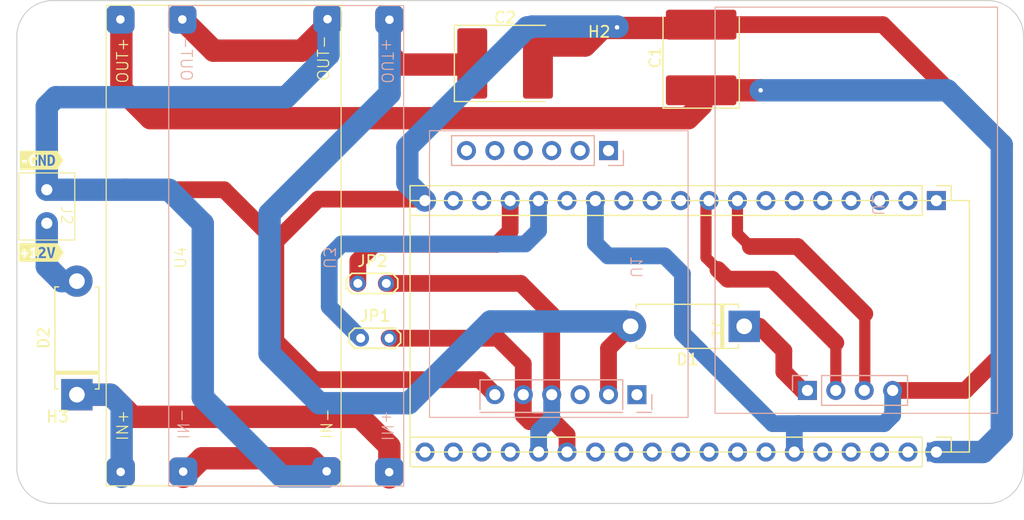
<source format=kicad_pcb>
(kicad_pcb (version 20221018) (generator pcbnew)
  (layers (0 "F.Cu" signal) (31 "B.Cu" signal) (34 "B.Paste" user) (35 "F.Paste" user) (36 "B.SilkS" user "B.Silkscreen") (37 "F.SilkS" user "F.Silkscreen") (38 "B.Mask" user) (39 "F.Mask" user) (44 "Edge.Cuts" user))
  (net 0 "")
  (net 1 "+5V")
  (net 2 "GND")
  (net 3 "+4V")
  (net 4 "+12V")
  (net 5 "Net-(D1-K)")
  (net 6 "Net-(D2-A)")
  (net 8 "RX0")
  (net 9 "TX0")
  (net 19 "GSM-RX")
  (net 20 "GSM-TX")
  (net 28 "GPS-TX")
  (net 30 "GPS-RX")
  (footprint "TestPoint:TestPoint_2Pads_Pitch2.54mm_Drill0.8mm" (layer "F.Cu") (at 80.7412 80.2132)
    (fp_text reference "JP1" (at 1.3 -2) (layer "F.SilkS"))
    (fp_text value "Jumper_2_Open" hide)
    (fp_line (start -1.03 -0.4) (end -0.53 -0.9) (stroke (width 0.15)) (layer "F.SilkS"))
    (fp_line (start -1.03 0.4) (end -1.03 -0.4) (stroke (width 0.15)) (layer "F.SilkS"))
    (fp_line (start -0.53 -0.9) (end 3.07 -0.9) (stroke (width 0.15)) (layer "F.SilkS"))
    (fp_line (start -0.53 0.9) (end -1.03 0.4) (stroke (width 0.15)) (layer "F.SilkS"))
    (fp_line (start 3.07 -0.9) (end 3.57 -0.4) (stroke (width 0.15)) (layer "F.SilkS"))
    (fp_line (start 3.07 0.9) (end -0.53 0.9) (stroke (width 0.15)) (layer "F.SilkS"))
    (fp_line (start 3.57 -0.4) (end 3.57 0.4) (stroke (width 0.15)) (layer "F.SilkS"))
    (fp_line (start 3.57 0.4) (end 3.07 0.9) (stroke (width 0.15)) (layer "F.SilkS"))
    (pad "1" thru_hole circle (at 0 0) (size 1.4 1.4) (drill 0.8) (layers "*.Cu" "*.Mask") (net 8 "RX0"))
    (pad "2" thru_hole circle (at 2.54 0) (size 1.4 1.4) (drill 0.8) (layers "*.Cu" "*.Mask") (net 20 "GSM-TX"))
  )
  (footprint "kibuzzard-65E188B0" (layer "F.Cu") (at 52.2224 64.2874)
    (fp_text reference "kibuzzard-65E188B0" hide)
    (fp_text value "G***" hide)
    (fp_poly (pts (xy 0.725311 0.333375) (xy 0.742774 0.334962) (xy 0.760236 0.334962) (xy 0.872155 0.309562) (xy 0.94518 0.239712) (xy 0.984867 0.134144) (xy 0.993797 0.070048) (xy 0.996774 0) (xy 0.987249 -0.123825) (xy 0.953911 -0.230188) (xy 0.888824 -0.304006) (xy 0.782461 -0.331788) (xy 0.753886 -0.330994) (xy 0.725311 -0.327025) (xy 0.725311 0.333375)) (fill solid) (layer "F.SilkS"))
    (fp_poly (pts (xy -1.757539 -0.843492) (xy -1.955976 -0.843492) (xy -1.955976 0.843492) (xy -1.757539 0.843492) (xy -1.322564 0.843492) (xy -1.322564 0.180975) (xy -1.757539 0.180975) (xy -1.757539 -0.011113) (xy -1.322564 -0.011113) (xy -1.322564 0.180975) (xy -1.322564 0.843492) (xy -0.698676 0.843492) (xy -0.698676 0.512762) (xy -0.786187 0.504627) (xy -0.86457 0.480219) (xy -0.933031 0.439737) (xy -0.990776 0.383381) (xy -1.037211 0.31115) (xy -1.071739 0.223044) (xy -1.09317 0.119261) (xy -1.100314 0) (xy -1.09198 -0.11807) (xy -1.066976 -0.221456) (xy -1.027686 -0.309761) (xy -0.976489 -0.382588) (xy -0.91418 -0.439539) (xy -0.841551 -0.480219) (xy -0.760986 -0.504627) (xy -0.674864 -0.512763) (xy -0.57247 -0.504031) (xy -0.493889 -0.484188) (xy -0.43912 -0.460375) (xy -0.406576 -0.441325) (xy -0.457376 -0.28575) (xy -0.543101 -0.325438) (xy -0.647876 -0.3429) (xy -0.765351 -0.3175) (xy -0.843933 -0.246856) (xy -0.888383 -0.138906) (xy -0.898503 -0.072827) (xy -0.901876 0) (xy -0.895703 0.107156) (xy -0.877182 0.193675) (xy -0.846314 0.259556) (xy -0.777655 0.322064) (xy -0.682801 0.3429) (xy -0.644701 0.341312) (xy -0.606601 0.33655) (xy -0.606601 -0.022225) (xy -0.411339 -0.022225) (xy -0.411339 0.468312) (xy -0.520083 0.496887) (xy -0.60164 0.508794) (xy -0.698676 0.512762) (xy -0.698676 0.843492) (xy 0.214136 0.843492) (xy 0.214136 0.492125) (xy 0.168363 0.383205) (xy 0.119944 0.274461) (xy 0.06888 0.165894) (xy 0.015169 0.057326) (xy -0.041187 -0.051417) (xy -0.100189 -0.160338) (xy -0.100189 0.492125) (xy -0.276401 0.492125) (xy -0.276401 -0.490538) (xy -0.119239 -0.490538) (xy -0.074789 -0.417711) (xy -0.030339 -0.338931) (xy 0.013516 -0.257373) (xy 0.05618 -0.176213) (xy 0.096661 -0.096441) (xy 0.133967 -0.01905) (xy 0.167106 0.052387) (xy 0.195086 0.1143) (xy 0.195086 -0.490538) (xy 0.371299 -0.490538) (xy 0.371299 0.492125) (xy 0.214136 0.492125) (xy 0.214136 0.843492) (xy 0.739599 0.843492) (xy 0.739599 0.504825) (xy 0.637205 0.499269) (xy 0.530049 0.481012) (xy 0.530049 -0.477838) (xy 0.655461 -0.496888) (xy 0.764999 -0.50165) (xy 0.857669 -0.494506) (xy 0.942005 -0.473075) (xy 1.016022 -0.436364) (xy 1.077736 -0.383381) (xy 1.127147 -0.313928) (xy 1.164255 -0.227806) (xy 1.187472 -0.123627) (xy 1.195211 0) (xy 1.186678 0.126405) (xy 1.16108 0.232569) (xy 1.1204 0.319683) (xy 1.066624 0.388937) (xy 1.000544 0.441127) (xy 0.922955 0.477044) (xy 0.835444 0.49788) (xy 0.739599 0.504825) (xy 0.739599 0.843492) (xy 1.195211 0.843492) (xy 1.393649 0.843492) (xy 1.955976 0) (xy 1.393649 -0.843492) (xy 1.195211 -0.843492) (xy -1.757539 -0.843492)) (fill solid) (layer "F.SilkS"))
  )
  (footprint "Diode_THT:D_5W_P10.16mm_Horizontal" (layer "F.Cu") (at 55.372 85.2678 90)
    (fp_text reference "D2" (at 5.08 -2.97 90) (layer "F.SilkS"))
    (fp_text value "D" hide)
    (fp_line (start 0.51 -1.97) (end 9.65 -1.97) (stroke (width 0.12)) (layer "F.SilkS"))
    (fp_line (start 0.51 -1.64) (end 0.51 -1.97) (stroke (width 0.12)) (layer "F.SilkS"))
    (fp_line (start 0.51 1.64) (end 0.51 1.97) (stroke (width 0.12)) (layer "F.SilkS"))
    (fp_line (start 0.51 1.97) (end 9.65 1.97) (stroke (width 0.12)) (layer "F.SilkS"))
    (fp_line (start 1.845 -1.97) (end 1.845 1.97) (stroke (width 0.12)) (layer "F.SilkS"))
    (fp_line (start 1.965 -1.97) (end 1.965 1.97) (stroke (width 0.12)) (layer "F.SilkS"))
    (fp_line (start 2.085 -1.97) (end 2.085 1.97) (stroke (width 0.12)) (layer "F.SilkS"))
    (fp_line (start 9.65 -1.97) (end 9.65 -1.64) (stroke (width 0.12)) (layer "F.SilkS"))
    (fp_line (start 9.65 1.97) (end 9.65 1.64) (stroke (width 0.12)) (layer "F.SilkS"))
    (pad "1" thru_hole rect (at 0 0 90) (size 2.8 2.8) (drill 1.4) (layers "*.Cu" "*.Mask") (net 4 "+12V"))
    (pad "2" thru_hole oval (at 10.16 0 90) (size 2.8 2.8) (drill 1.4) (layers "*.Cu" "*.Mask") (net 6 "Net-(D2-A)"))
  )
  (footprint "Capacitor_Tantalum_SMD:CP_EIA-7260-20_AVX-M_Pad2.68x6.30mm_HandSolder" (layer "F.Cu") (at 93.6498 55.626)
    (fp_text reference "C2" (at 0 -4.1) (layer "F.SilkS"))
    (fp_text value "C" hide)
    (fp_line (start -4.535 -3.41) (end -4.535 3.41) (stroke (width 0.12)) (layer "F.SilkS"))
    (fp_line (start -4.535 3.41) (end 3.6 3.41) (stroke (width 0.12)) (layer "F.SilkS"))
    (fp_line (start 3.6 -3.41) (end -4.535 -3.41) (stroke (width 0.12)) (layer "F.SilkS"))
    (pad "1" smd roundrect (at -2.9375 0) (size 2.675 6.3) (layers "F.Cu" "F.Paste" "F.Mask") (roundrect_rratio 0.093458) (net 3 "+4V"))
    (pad "2" smd roundrect (at 2.9375 0) (size 2.675 6.3) (layers "F.Cu" "F.Paste" "F.Mask") (roundrect_rratio 0.093458) (net 2 "GND"))
  )
  (footprint "kibuzzard-65E188EA" (layer "F.Cu") (at 52.1716 72.5424)
    (fp_text reference "kibuzzard-65E188EA" hide)
    (fp_text value "G***" hide)
    (fp_poly (pts (xy -1.823949 -0.833173) (xy -2.022387 -0.833173) (xy -2.022387 0.833173) (xy -1.823949 0.833173) (xy -1.406437 0.833173) (xy -1.406437 0.442119) (xy -1.574712 0.442119) (xy -1.574712 0.165894) (xy -1.823949 0.165894) (xy -1.823949 0.005556) (xy -1.574712 0.005556) (xy -1.574712 -0.270669) (xy -1.406437 -0.270669) (xy -1.406437 0.005556) (xy -1.157199 0.005556) (xy -1.157199 0.165894) (xy -1.406437 0.165894) (xy -1.406437 0.442119) (xy -1.406437 0.833173) (xy -0.365037 0.833173) (xy -0.365037 0.502444) (xy -0.961937 0.502444) (xy -0.961937 0.340519) (xy -0.755562 0.340519) (xy -0.755562 -0.208756) (xy -0.857162 -0.1524) (xy -0.953999 -0.113506) (xy -1.017499 -0.275431) (xy -0.934949 -0.311944) (xy -0.846049 -0.361156) (xy -0.761912 -0.418306) (xy -0.693649 -0.480219) (xy -0.560299 -0.480219) (xy -0.560299 0.340519) (xy -0.365037 0.340519) (xy -0.365037 0.502444) (xy -0.365037 0.833173) (xy 0.433476 0.833173) (xy 0.433476 0.502444) (xy -0.207874 0.502444) (xy -0.211843 0.462756) (xy -0.211049 0.429419) (xy -0.203707 0.353219) (xy -0.181681 0.283369) (xy -0.148343 0.219273) (xy -0.107068 0.160337) (xy -0.060237 0.105966) (xy -0.010231 0.055562) (xy 0.039776 0.008136) (xy 0.086607 -0.037306) (xy 0.161219 -0.123031) (xy 0.190588 -0.207169) (xy 0.154076 -0.300037) (xy 0.062001 -0.332581) (xy -0.034837 -0.310356) (xy -0.134849 -0.235744) (xy -0.231687 -0.372269) (xy -0.163226 -0.430213) (xy -0.084843 -0.470694) (xy -0.001698 -0.494506) (xy 0.081051 -0.502444) (xy 0.196938 -0.484981) (xy 0.295363 -0.432594) (xy 0.363626 -0.344488) (xy 0.389026 -0.221456) (xy 0.369976 -0.123825) (xy 0.319176 -0.032544) (xy 0.247738 0.053181) (xy 0.166776 0.132556) (xy 0.119151 0.1778) (xy 0.068351 0.231775) (xy 0.027869 0.288131) (xy 0.011201 0.340519) (xy 0.433476 0.340519) (xy 0.433476 0.502444) (xy 0.433476 0.833173) (xy 0.789076 0.833173) (xy 0.789076 0.502444) (xy 0.749785 0.385763) (xy 0.708113 0.254794) (xy 0.680067 0.162807) (xy 0.65308 0.070997) (xy 0.627151 -0.020638) (xy 0.602633 -0.110508) (xy 0.579878 -0.197026) (xy 0.558888 -0.280194) (xy 0.532694 -0.391319) (xy 0.514438 -0.480219) (xy 0.720813 -0.480219) (xy 0.732719 -0.397867) (xy 0.749388 -0.303213) (xy 0.76943 -0.200819) (xy 0.791457 -0.09525) (xy 0.815269 0.011112) (xy 0.840669 0.115887) (xy 0.866665 0.214511) (xy 0.892263 0.302419) (xy 0.917663 0.215702) (xy 0.943063 0.117475) (xy 0.967669 0.0127) (xy 0.990688 -0.093663) (xy 1.012119 -0.19943) (xy 1.031963 -0.302419) (xy 1.049426 -0.397669) (xy 1.063713 -0.480219) (xy 1.268501 -0.480219) (xy 1.247268 -0.379413) (xy 1.221669 -0.267494) (xy 1.191904 -0.147042) (xy 1.158169 -0.020638) (xy 1.133563 0.066146) (xy 1.107369 0.153988) (xy 1.079588 0.242888) (xy 1.05066 0.331347) (xy 1.021027 0.417865) (xy 0.990688 0.502444) (xy 0.789076 0.502444) (xy 0.789076 0.833173) (xy 1.268501 0.833173) (xy 1.466938 0.833173) (xy 2.022387 0) (xy 1.466938 -0.833173) (xy 1.268501 -0.833173) (xy -1.823949 -0.833173)) (fill solid) (layer "F.SilkS"))
  )
  (footprint "C-Footprint:BUCK CONVERTER" (layer "F.Cu") (at 57.9882 93.4212 90)
    (fp_text reference "U4" (at 20.4216 6.6548 90 unlocked) (layer "F.SilkS") (effects (font (thickness 0.1))))
    (fp_text value "~")
    (fp_text user "IN+" (at 3.9624 2.0574 90 unlocked) (layer "F.SilkS") (effects (font (thickness 0.1)) (justify left bottom)))
    (fp_text user "IN-" (at 4.1148 20.32 90 unlocked) (layer "F.SilkS") (effects (font (thickness 0.1)) (justify left bottom)))
    (fp_text user "OUT+" (at 35.941 2.0574 90 unlocked) (layer "F.SilkS") (effects (font (thickness 0.1)) (justify left bottom)))
    (fp_text user "OUT-" (at 36.1696 20.0152 90 unlocked) (layer "F.SilkS") (effects (font (thickness 0.1)) (justify left bottom)))
    (fp_rect (start 0 0) (end 43 21) (stroke (width 0.1)) (fill none) (layer "F.SilkS"))
    (pad "1" thru_hole roundrect (at 1.2446 1.2954 90) (size 2.54 2.54) (drill 0.762) (layers "*.Cu" "*.Mask") (net 4 "+12V"))
    (pad "2" thru_hole roundrect (at 1.2954 19.7104 90) (size 2.54 2.54) (drill 0.762) (layers "*.Cu" "*.Mask") (net 2 "GND"))
    (pad "3" thru_hole roundrect (at 41.7322 1.27 90) (size 2.54 2.54) (drill 0.762) (layers "*.Cu" "*.Mask") (net 1 "+5V"))
    (pad "4" thru_hole roundrect (at 41.7576 19.7866 90) (size 2.54 2.54) (drill 0.762) (layers "*.Cu" "*.Mask") (net 2 "GND"))
  )
  (footprint "MountingHole:MountingHole_3.2mm_M3" (layer "F.Cu") (at 102.0064 57.0484)
    (fp_text reference "H2" (at 0.0508 -4.2508) (layer "F.SilkS"))
    (fp_text value "MountingHole")
    (pad "" np_thru_hole circle (at 0 0) (size 3.2 3.2) (drill 3.2) (layers "*.Cu" "*.Mask"))
  )
  (footprint "Diode_THT:D_5W_P10.16mm_Horizontal" (layer "F.Cu") (at 115.027 79.1486 180)
    (fp_text reference "D1" (at 5.08 -2.97) (layer "F.SilkS"))
    (fp_text value "D" hide)
    (fp_line (start 0.51 -1.97) (end 9.65 -1.97) (stroke (width 0.12)) (layer "F.SilkS"))
    (fp_line (start 0.51 -1.64) (end 0.51 -1.97) (stroke (width 0.12)) (layer "F.SilkS"))
    (fp_line (start 0.51 1.64) (end 0.51 1.97) (stroke (width 0.12)) (layer "F.SilkS"))
    (fp_line (start 0.51 1.97) (end 9.65 1.97) (stroke (width 0.12)) (layer "F.SilkS"))
    (fp_line (start 1.845 -1.97) (end 1.845 1.97) (stroke (width 0.12)) (layer "F.SilkS"))
    (fp_line (start 1.965 -1.97) (end 1.965 1.97) (stroke (width 0.12)) (layer "F.SilkS"))
    (fp_line (start 2.085 -1.97) (end 2.085 1.97) (stroke (width 0.12)) (layer "F.SilkS"))
    (fp_line (start 9.65 -1.97) (end 9.65 -1.64) (stroke (width 0.12)) (layer "F.SilkS"))
    (fp_line (start 9.65 1.97) (end 9.65 1.64) (stroke (width 0.12)) (layer "F.SilkS"))
    (pad "1" thru_hole rect (at 0 0 180) (size 2.8 2.8) (drill 1.4) (layers "*.Cu" "*.Mask") (net 5 "Net-(D1-K)"))
    (pad "2" thru_hole oval (at 10.16 0 180) (size 2.8 2.8) (drill 1.4) (layers "*.Cu" "*.Mask") (net 3 "+4V"))
  )
  (footprint "Capacitor_Tantalum_SMD:CP_EIA-7260-20_AVX-M_Pad2.68x6.30mm_HandSolder" (layer "F.Cu") (at 111.1758 55.0926 90)
    (fp_text reference "C1" (at 0 -4.1 90) (layer "F.SilkS"))
    (fp_text value "C" hide)
    (fp_line (start -4.535 -3.41) (end -4.535 3.41) (stroke (width 0.12)) (layer "F.SilkS"))
    (fp_line (start -4.535 3.41) (end 3.6 3.41) (stroke (width 0.12)) (layer "F.SilkS"))
    (fp_line (start 3.6 -3.41) (end -4.535 -3.41) (stroke (width 0.12)) (layer "F.SilkS"))
    (pad "1" smd roundrect (at -2.9375 0 90) (size 2.675 6.3) (layers "F.Cu" "F.Paste" "F.Mask") (roundrect_rratio 0.093458) (net 1 "+5V"))
    (pad "2" smd roundrect (at 2.9375 0 90) (size 2.675 6.3) (layers "F.Cu" "F.Paste" "F.Mask") (roundrect_rratio 0.093458) (net 2 "GND"))
  )
  (footprint "MountingHole:MountingHole_3.2mm_M3" (layer "F.Cu") (at 53.6448 53.5686)
    (fp_text reference "H1" hide)
    (fp_text value "MountingHole" hide)
    (pad "" np_thru_hole circle (at 0 0) (size 3.2 3.2) (drill 3.2) (layers "*.Cu" "*.Mask"))
  )
  (footprint "C-Footprint:TERMINAL BLOCK 3MM" (layer "F.Cu") (at 52.6796 66.9276 -90)
    (fp_text reference "J2" (at 2.286 -1.778 -90 unlocked) (layer "F.SilkS") (effects (font (thickness 0.1))))
    (fp_text value "Screw_Terminal_01x02" hide)
    (fp_rect (start -1.5 -2.5) (end 4.5 2.5) (stroke (width 0.1)) (fill none) (layer "F.SilkS"))
    (pad "1" thru_hole oval (at 0 0 270) (size 1.7 1.7) (drill 1) (layers "*.Cu" "*.Mask") (net 2 "GND"))
    (pad "2" thru_hole oval (at 3 0 270) (size 1.7 1.7) (drill 1) (layers "*.Cu" "*.Mask") (net 6 "Net-(D2-A)"))
  )
  (footprint "TestPoint:TestPoint_2Pads_Pitch2.54mm_Drill0.8mm" (layer "F.Cu") (at 80.4872 75.311)
    (fp_text reference "JP2" (at 1.3 -2) (layer "F.SilkS"))
    (fp_text value "Jumper_2_Open" hide)
    (fp_line (start -1.03 -0.4) (end -0.53 -0.9) (stroke (width 0.15)) (layer "F.SilkS"))
    (fp_line (start -1.03 0.4) (end -1.03 -0.4) (stroke (width 0.15)) (layer "F.SilkS"))
    (fp_line (start -0.53 -0.9) (end 3.07 -0.9) (stroke (width 0.15)) (layer "F.SilkS"))
    (fp_line (start -0.53 0.9) (end -1.03 0.4) (stroke (width 0.15)) (layer "F.SilkS"))
    (fp_line (start 3.07 -0.9) (end 3.57 -0.4) (stroke (width 0.15)) (layer "F.SilkS"))
    (fp_line (start 3.07 0.9) (end -0.53 0.9) (stroke (width 0.15)) (layer "F.SilkS"))
    (fp_line (start 3.57 -0.4) (end 3.57 0.4) (stroke (width 0.15)) (layer "F.SilkS"))
    (fp_line (start 3.57 0.4) (end 3.07 0.9) (stroke (width 0.15)) (layer "F.SilkS"))
    (pad "1" thru_hole circle (at 0 0) (size 1.4 1.4) (drill 0.8) (layers "*.Cu" "*.Mask") (net 9 "TX0"))
    (pad "2" thru_hole circle (at 2.54 0) (size 1.4 1.4) (drill 0.8) (layers "*.Cu" "*.Mask") (net 19 "GSM-RX"))
  )
  (footprint "MountingHole:MountingHole_3.2mm_M3" (layer "F.Cu") (at 53.6448 91.44)
    (fp_text reference "H3" (at 0 -4.2) (layer "F.SilkS"))
    (fp_text value "MountingHole")
    (pad "" np_thru_hole circle (at 0 0) (size 3.2 3.2) (drill 3.2) (layers "*.Cu" "*.Mask"))
  )
  (footprint "C-Footprint:ESP-WROOM-32 TYPE C" (layer "F.Cu") (at 110.157 67.8986 -90)
    (fp_text reference "J1" (at 11.5 -2.5 -90 unlocked) (layer "F.SilkS"))
    (fp_text value "ESP-WROOM-32_USBC" hide)
    (fp_line (start -1.33 -23.375) (end 0 -23.375) (stroke (width 0.12)) (layer "F.SilkS"))
    (fp_line (start -1.33 -22.045) (end -1.33 -23.375) (stroke (width 0.12)) (layer "F.SilkS"))
    (fp_line (start -1.33 -20.775) (end -1.33 25.005) (stroke (width 0.12)) (layer "F.SilkS"))
    (fp_line (start -1.33 -20.775) (end 1.33 -20.775) (stroke (width 0.12)) (layer "F.SilkS"))
    (fp_line (start -1.33 25.005) (end 1.33 25.005) (stroke (width 0.12)) (layer "F.SilkS"))
    (fp_line (start 1.33 -20.775) (end 1.33 25.005) (stroke (width 0.12)) (layer "F.SilkS"))
    (fp_line (start 21.17 -23.38) (end 22.5 -23.38) (stroke (width 0.12)) (layer "F.SilkS"))
    (fp_line (start 21.17 -22.05) (end 21.17 -23.38) (stroke (width 0.12)) (layer "F.SilkS"))
    (fp_line (start 21.17 -20.78) (end 21.17 25) (stroke (width 0.12)) (layer "F.SilkS"))
    (fp_line (start 21.17 -20.78) (end 23.83 -20.78) (stroke (width 0.12)) (layer "F.SilkS"))
    (fp_line (start 21.17 25) (end 23.83 25) (stroke (width 0.12)) (layer "F.SilkS"))
    (fp_line (start 23.83 -20.78) (end 23.83 25) (stroke (width 0.12)) (layer "F.SilkS"))
    (fp_rect (start 0 -25) (end 22.5 25) (stroke (width 0.12)) (fill none) (layer "F.SilkS"))
    (pad "1" thru_hole rect (at 22.5 -22.05 270) (size 1.7 1.7) (drill 1) (layers "*.Cu" "*.Mask") (net 1 "+5V"))
    (pad "2" thru_hole oval (at 22.5 -19.51 270) (size 1.7 1.7) (drill 1) (layers "*.Cu" "*.Mask"))
    (pad "3" thru_hole oval (at 22.5 -16.97 270) (size 1.7 1.7) (drill 1) (layers "*.Cu" "*.Mask"))
    (pad "4" thru_hole oval (at 22.5 -14.43 270) (size 1.7 1.7) (drill 1) (layers "*.Cu" "*.Mask"))
    (pad "5" thru_hole oval (at 22.5 -11.89 270) (size 1.7 1.7) (drill 1) (layers "*.Cu" "*.Mask"))
    (pad "6" thru_hole oval (at 22.5 -9.35 270) (size 1.7 1.7) (drill 1) (layers "*.Cu" "*.Mask") (net 2 "GND"))
    (pad "7" thru_hole oval (at 22.5 -6.81 270) (size 1.7 1.7) (drill 1) (layers "*.Cu" "*.Mask"))
    (pad "8" thru_hole oval (at 22.5 -4.27 270) (size 1.7 1.7) (drill 1) (layers "*.Cu" "*.Mask"))
    (pad "9" thru_hole oval (at 22.5 -1.73 270) (size 1.7 1.7) (drill 1) (layers "*.Cu" "*.Mask"))
    (pad "10" thru_hole oval (at 22.5 0.81 270) (size 1.7 1.7) (drill 1) (layers "*.Cu" "*.Mask"))
    (pad "11" thru_hole oval (at 22.5 3.35 270) (size 1.7 1.7) (drill 1) (layers "*.Cu" "*.Mask"))
    (pad "12" thru_hole oval (at 22.5 5.89 270) (size 1.7 1.7) (drill 1) (layers "*.Cu" "*.Mask"))
    (pad "13" thru_hole oval (at 22.5 8.43 270) (size 1.7 1.7) (drill 1) (layers "*.Cu" "*.Mask"))
    (pad "14" thru_hole oval (at 22.5 10.97 270) (size 1.7 1.7) (drill 1) (layers "*.Cu" "*.Mask") (net 20 "GSM-TX"))
    (pad "15" thru_hole oval (at 22.5 13.51 270) (size 1.7 1.7) (drill 1) (layers "*.Cu" "*.Mask") (net 19 "GSM-RX"))
    (pad "16" thru_hole oval (at 22.5 16.05 270) (size 1.7 1.7) (drill 1) (layers "*.Cu" "*.Mask"))
    (pad "17" thru_hole oval (at 22.5 18.59 270) (size 1.7 1.7) (drill 1) (layers "*.Cu" "*.Mask"))
    (pad "18" thru_hole oval (at 22.5 21.13 270) (size 1.7 1.7) (drill 1) (layers "*.Cu" "*.Mask"))
    (pad "19" thru_hole oval (at 22.5 23.67 270) (size 1.7 1.7) (drill 1) (layers "*.Cu" "*.Mask"))
    (pad "20" thru_hole oval (at 0 23.675 270) (size 1.7 1.7) (drill 1) (layers "*.Cu" "*.Mask") (net 2 "GND"))
    (pad "21" thru_hole oval (at 0 21.135 270) (size 1.7 1.7) (drill 1) (layers "*.Cu" "*.Mask"))
    (pad "22" thru_hole oval (at 0 18.595 270) (size 1.7 1.7) (drill 1) (layers "*.Cu" "*.Mask"))
    (pad "23" thru_hole oval (at 0 16.055 270) (size 1.7 1.7) (drill 1) (layers "*.Cu" "*.Mask") (net 9 "TX0"))
    (pad "24" thru_hole oval (at 0 13.515 270) (size 1.7 1.7) (drill 1) (layers "*.Cu" "*.Mask") (net 8 "RX0"))
    (pad "25" thru_hole oval (at 0 10.975 270) (size 1.7 1.7) (drill 1) (layers "*.Cu" "*.Mask"))
    (pad "26" thru_hole oval (at 0 8.435 270) (size 1.7 1.7) (drill 1) (layers "*.Cu" "*.Mask") (net 2 "GND"))
    (pad "27" thru_hole oval (at 0 5.895 270) (size 1.7 1.7) (drill 1) (layers "*.Cu" "*.Mask"))
    (pad "28" thru_hole oval (at 0 3.355 270) (size 1.7 1.7) (drill 1) (layers "*.Cu" "*.Mask"))
    (pad "29" thru_hole oval (at 0 0.815 270) (size 1.7 1.7) (drill 1) (layers "*.Cu" "*.Mask"))
    (pad "30" thru_hole oval (at 0 -1.725 270) (size 1.7 1.7) (drill 1) (layers "*.Cu" "*.Mask") (net 30 "GPS-RX"))
    (pad "31" thru_hole oval (at 0 -4.265 270) (size 1.7 1.7) (drill 1) (layers "*.Cu" "*.Mask") (net 28 "GPS-TX"))
    (pad "32" thru_hole oval (at 0 -6.805 270) (size 1.7 1.7) (drill 1) (layers "*.Cu" "*.Mask"))
    (pad "33" thru_hole oval (at 0 -9.345 270) (size 1.7 1.7) (drill 1) (layers "*.Cu" "*.Mask"))
    (pad "34" thru_hole oval (at 0 -11.885 270) (size 1.7 1.7) (drill 1) (layers "*.Cu" "*.Mask"))
    (pad "35" thru_hole oval (at 0 -14.425 270) (size 1.7 1.7) (drill 1) (layers "*.Cu" "*.Mask"))
    (pad "36" thru_hole oval (at 0 -16.965 270) (size 1.7 1.7) (drill 1) (layers "*.Cu" "*.Mask"))
    (pad "37" thru_hole oval (at 0 -19.505 270) (size 1.7 1.7) (drill 1) (layers "*.Cu" "*.Mask"))
    (pad "38" thru_hole rect (at 0 -22.045 270) (size 1.7 1.7) (drill 1) (layers "*.Cu" "*.Mask"))
  )
  (footprint "C-Footprint:SIM800L_BOARD" (layer "B.Cu") (at 110.0074 87.2998 90)
    (fp_text reference "U1" (at 13.462 -4.6482 270 unlocked) (layer "B.SilkS") (effects (font (thickness 0.1)) (justify mirror)))
    (fp_text value "~" hide)
    (fp_line (start 0.448 -5.842) (end 0.448 -18.602) (stroke (width 0.12)) (layer "B.SilkS"))
    (fp_line (start 0.448 -4.572) (end 0.448 -3.242) (stroke (width 0.12)) (layer "B.SilkS"))
    (fp_line (start 0.702 -18.602) (end 3.362 -18.602) (stroke (width 0.12)) (layer "B.SilkS"))
    (fp_line (start 0.702 -5.842) (end 3.362 -5.842) (stroke (width 0.12)) (layer "B.SilkS"))
    (fp_line (start 0.702 -3.242) (end 2.032 -3.242) (stroke (width 0.12)) (layer "B.SilkS"))
    (fp_line (start 3.362 -5.842) (end 3.362 -18.602) (stroke (width 0.12)) (layer "B.SilkS"))
    (fp_line (start 22.546 -21.142) (end 25.206 -21.142) (stroke (width 0.12)) (layer "B.SilkS"))
    (fp_line (start 22.546 -8.382) (end 22.546 -21.142) (stroke (width 0.12)) (layer "B.SilkS"))
    (fp_line (start 22.546 -8.382) (end 25.206 -8.382) (stroke (width 0.12)) (layer "B.SilkS"))
    (fp_line (start 22.546 -7.112) (end 22.546 -5.782) (stroke (width 0.12)) (layer "B.SilkS"))
    (fp_line (start 22.546 -5.782) (end 23.876 -5.782) (stroke (width 0.12)) (layer "B.SilkS"))
    (fp_line (start 25.206 -8.382) (end 25.206 -21.142) (stroke (width 0.12)) (layer "B.SilkS"))
    (fp_rect (start 0 0) (end 25.654 -23.114) (stroke (width 0.1)) (fill none) (layer "B.SilkS"))
    (pad "1" thru_hole rect (at 2.032 -4.572 90) (size 1.7 1.7) (drill 1) (layers "*.Cu" "*.Mask"))
    (pad "2" thru_hole oval (at 2.032 -7.112 90) (size 1.7 1.7) (drill 1) (layers "*.Cu" "*.Mask") (net 3 "+4V"))
    (pad "3" thru_hole oval (at 2.032 -9.652 90) (size 1.7 1.7) (drill 1) (layers "*.Cu" "*.Mask"))
    (pad "4" thru_hole oval (at 2.032 -12.192 90) (size 1.7 1.7) (drill 1) (layers "*.Cu" "*.Mask") (net 19 "GSM-RX"))
    (pad "5" thru_hole oval (at 2.032 -14.732 90) (size 1.7 1.7) (drill 1) (layers "*.Cu" "*.Mask") (net 20 "GSM-TX"))
    (pad "6" thru_hole oval (at 2.032 -17.272 90) (size 1.7 1.7) (drill 1) (layers "*.Cu" "*.Mask") (net 2 "GND"))
    (pad "7" thru_hole oval (at 23.876 -19.812 90) (size 1.7 1.7) (drill 1) (layers "*.Cu" "*.Mask"))
    (pad "8" thru_hole oval (at 23.876 -17.272 90) (size 1.7 1.7) (drill 1) (layers "*.Cu" "*.Mask"))
    (pad "9" thru_hole oval (at 23.876 -14.732 90) (size 1.7 1.7) (drill 1) (layers "*.Cu" "*.Mask"))
    (pad "10" thru_hole oval (at 23.876 -12.192 90) (size 1.7 1.7) (drill 1) (layers "*.Cu" "*.Mask"))
    (pad "11" thru_hole oval (at 23.876 -9.652 90) (size 1.7 1.7) (drill 1) (layers "*.Cu" "*.Mask"))
    (pad "12" thru_hole rect (at 23.876 -7.112 90) (size 1.7 1.7) (drill 1) (layers "*.Cu" "*.Mask"))
  )
  (footprint "C-Footprint:NEO_M8N_BOARD" (layer "B.Cu") (at 136.8044 87.0874 90)
    (fp_text reference "U2" (at 18.8214 -9.8298 270 unlocked) (layer "B.SilkS") (effects (font (thickness 0.1)) (justify mirror)))
    (fp_text value "~")
    (fp_line (start 0.8706 -14.859) (end 0.8706 -7.179) (stroke (width 0.12)) (layer "B.SilkS"))
    (fp_line (start 3.5306 -17.459) (end 2.2006 -17.459) (stroke (width 0.12)) (layer "B.SilkS"))
    (fp_line (start 3.5306 -16.129) (end 3.5306 -17.459) (stroke (width 0.12)) (layer "B.SilkS"))
    (fp_line (start 3.5306 -14.859) (end 0.8706 -14.859) (stroke (width 0.12)) (layer "B.SilkS"))
    (fp_line (start 3.5306 -14.859) (end 3.5306 -7.179) (stroke (width 0.12)) (layer "B.SilkS"))
    (fp_line (start 3.5306 -7.179) (end 0.8706 -7.179) (stroke (width 0.12)) (layer "B.SilkS"))
    (fp_rect (start 0.1524 0.8636) (end 36.4998 -24.384) (stroke (width 0.1)) (fill none) (layer "B.SilkS"))
    (pad "1" thru_hole rect (at 2.2006 -16.129 270) (size 1.7 1.7) (drill 1) (layers "*.Cu" "*.Mask") (net 5 "Net-(D1-K)"))
    (pad "2" thru_hole oval (at 2.2006 -13.589 270) (size 1.7 1.7) (drill 1) (layers "*.Cu" "*.Mask") (net 30 "GPS-RX"))
    (pad "3" thru_hole oval (at 2.2006 -11.049 270) (size 1.7 1.7) (drill 1) (layers "*.Cu" "*.Mask") (net 28 "GPS-TX"))
    (pad "4" thru_hole oval (at 2.2006 -8.509 270) (size 1.7 1.7) (drill 1) (layers "*.Cu" "*.Mask") (net 2 "GND"))
  )
  (footprint "C-Footprint:BUCK CONVERTER" (layer "B.Cu") (at 84.582 93.4466 90)
    (fp_text reference "U3" (at 20.4216 -6.6548 270 unlocked) (layer "B.SilkS") (effects (font (thickness 0.1)) (justify mirror)))
    (fp_text value "~")
    (fp_text user "IN-" (at 4.1148 -20.32 270 unlocked) (layer "B.SilkS") (effects (font (thickness 0.1)) (justify left bottom mirror)))
    (fp_text user "OUT+" (at 35.941 -2.0574 270 unlocked) (layer "B.SilkS") (effects (font (thickness 0.1)) (justify left bottom mirror)))
    (fp_text user "OUT-" (at 36.1696 -20.0152 270 unlocked) (layer "B.SilkS") (effects (font (thickness 0.1)) (justify left bottom mirror)))
    (fp_text user "IN+" (at 3.9624 -2.0574 270 unlocked) (layer "B.SilkS") (effects (font (thickness 0.1)) (justify left bottom mirror)))
    (fp_rect (start 0 0) (end 43 -21) (stroke (width 0.1)) (fill none) (layer "B.SilkS"))
    (pad "1" thru_hole roundrect (at 1.2446 -1.2954 90) (size 2.54 2.54) (drill 0.762) (layers "*.Cu" "*.Mask") (net 4 "+12V"))
    (pad "2" thru_hole roundrect (at 1.2954 -19.7104 90) (size 2.54 2.54) (drill 0.762) (layers "*.Cu" "*.Mask") (net 2 "GND"))
    (pad "3" thru_hole roundrect (at 41.7322 -1.27 90) (size 2.54 2.54) (drill 0.762) (layers "*.Cu" "*.Mask") (net 3 "+4V"))
    (pad "4" thru_hole roundrect (at 41.7576 -19.7866 90) (size 2.54 2.54) (drill 0.762) (layers "*.Cu" "*.Mask") (net 2 "GND"))
  )
  (gr_line (start 50 91.787) (end 50 53.213) (stroke (width 0.1)) (layer "Edge.Cuts"))
  (gr_line (start 53.213 50) (end 136.787 50) (stroke (width 0.1)) (layer "Edge.Cuts"))
  (gr_arc (start 136.787 50) (mid 139.058934 50.941066) (end 140 53.213) (stroke (width 0.1)) (layer "Edge.Cuts"))
  (gr_arc (start 140 91.787) (mid 139.058934 94.058934) (end 136.787 95) (stroke (width 0.1)) (layer "Edge.Cuts"))
  (gr_arc (start 50 53.213) (mid 50.941066 50.941066) (end 53.213 50) (stroke (width 0.1)) (layer "Edge.Cuts"))
  (gr_line (start 140 53.213) (end 140 91.787) (stroke (width 0.1)) (layer "Edge.Cuts"))
  (gr_line (start 136.787 95) (end 53.213 95) (stroke (width 0.1)) (layer "Edge.Cuts"))
  (gr_arc (start 53.213 95) (mid 50.941066 94.058934) (end 50 91.787) (stroke (width 0.1)) (layer "Edge.Cuts"))
  (segment (start 59.3451 52.1351) (end 59.3451 57.9227) (width 2) (layer "F.Cu") (net 1))
  (segment (start 111.1758 59.3598) (end 111.1758 58.0301) (width 2) (layer "F.Cu") (net 1))
  (segment (start 59.3451 57.9227) (end 61.9506 60.5282) (width 2) (layer "F.Cu") (net 1))
  (segment (start 110.0074 60.5282) (end 111.1758 59.3598) (width 2) (layer "F.Cu") (net 1))
  (segment (start 116.4933 58.0301) (end 111.1758 58.0301) (width 2) (layer "F.Cu") (net 1))
  (segment (start 61.9506 60.5282) (end 110.0074 60.5282) (width 2) (layer "F.Cu") (net 1))
  (via (at 116.4933 58.0301) (size 0.8) (drill 0.4) (layers "F.Cu" "B.Cu") (net 1))
  (segment (start 138.049 88.7222) (end 136.3726 90.3986) (width 2) (layer "B.Cu") (net 1))
  (segment (start 133.1633 58.0301) (end 138.049 62.9158) (width 2) (layer "B.Cu") (net 1))
  (segment (start 116.4933 58.0301) (end 133.1633 58.0301) (width 2) (layer "B.Cu") (net 1))
  (segment (start 136.3726 90.3986) (end 132.207 90.3986) (width 2) (layer "B.Cu") (net 1))
  (segment (start 138.049 62.9158) (end 138.049 88.7222) (width 2) (layer "B.Cu") (net 1))
  (segment (start 64.7954 51.689) (end 67.5894 54.483) (width 2) (layer "F.Cu") (net 2))
  (segment (start 76.6064 83.9216) (end 73.152 80.4672) (width 1.5) (layer "F.Cu") (net 2))
  (segment (start 138.0998 62.8396) (end 127.4153 52.1551) (width 1.5) (layer "F.Cu") (net 2))
  (segment (start 100.7872 54.0258) (end 102.362 52.451) (width 2) (layer "F.Cu") (net 2))
  (segment (start 92.7354 85.2678) (end 91.3892 83.9216) (width 1.5) (layer "F.Cu") (net 2))
  (segment (start 128.2954 84.8868) (end 134.7978 84.8868) (width 1.5) (layer "F.Cu") (net 2))
  (segment (start 64.8863 92.6227) (end 66.5516 90.9574) (width 2) (layer "F.Cu") (net 2))
  (segment (start 73.152 71.5518) (end 68.5278 66.9276) (width 1.5) (layer "F.Cu") (net 2))
  (segment (start 76.9366 67.7672) (end 73.152 71.5518) (width 1.5) (layer "F.Cu") (net 2))
  (segment (start 96.5111 54.0258) (end 100.7872 54.0258) (width 2) (layer "F.Cu") (net 2))
  (segment (start 86.482 67.8986) (end 86.3506 67.7672) (width 1.5) (layer "F.Cu") (net 2))
  (segment (start 138.0998 81.5848) (end 138.0998 62.8396) (width 1.5) (layer "F.Cu") (net 2))
  (segment (start 76.171 90.9574) (end 77.7855 92.5719) (width 2) (layer "F.Cu") (net 2))
  (segment (start 68.5278 66.9276) (end 52.6796 66.9276) (width 1.5) (layer "F.Cu") (net 2))
  (segment (start 110.8799 52.451) (end 111.1758 52.1551) (width 2) (layer "F.Cu") (net 2))
  (segment (start 134.7978 84.8868) (end 138.0998 81.5848) (width 1.5) (layer "F.Cu") (net 2))
  (segment (start 91.3892 83.9216) (end 76.6064 83.9216) (width 1.5) (layer "F.Cu") (net 2))
  (segment (start 75.4884 54.483) (end 77.8617 52.1097) (width 2) (layer "F.Cu") (net 2))
  (segment (start 67.5894 54.483) (end 75.4884 54.483) (width 2) (layer "F.Cu") (net 2))
  (segment (start 73.152 80.4672) (end 73.152 71.5518) (width 1.5) (layer "F.Cu") (net 2))
  (segment (start 102.362 52.451) (end 110.8799 52.451) (width 2) (layer "F.Cu") (net 2))
  (segment (start 66.5516 90.9574) (end 76.171 90.9574) (width 2) (layer "F.Cu") (net 2))
  (segment (start 86.3506 67.7672) (end 76.9366 67.7672) (width 1.5) (layer "F.Cu") (net 2))
  (segment (start 127.4153 52.1551) (end 111.1758 52.1551) (width 1.5) (layer "F.Cu") (net 2))
  (via (at 103.6574 52.4002) (size 0.8) (drill 0.4) (layers "F.Cu" "B.Cu") (net 2))
  (segment (start 128.2954 87.0966) (end 128.2954 84.8868) (width 1.5) (layer "B.Cu") (net 2))
  (segment (start 107.8992 72.8472) (end 109.4994 74.4474) (width 1.5) (layer "B.Cu") (net 2))
  (segment (start 52.6796 59.4614) (end 53.4924 58.6486) (width 2) (layer "B.Cu") (net 2))
  (segment (start 77.7855 92.5719) (end 73.6743 92.5719) (width 2) (layer "B.Cu") (net 2))
  (segment (start 109.4994 79.7814) (end 117.5766 87.8586) (width 1.5) (layer "B.Cu") (net 2))
  (segment (start 103.7082 52.3494) (end 103.6828 52.324) (width 2) (layer "B.Cu") (net 2))
  (segment (start 103.6828 52.324) (end 96.0628 52.324) (width 2) (layer "B.Cu") (net 2))
  (segment (start 102.8446 72.8472) (end 107.8992 72.8472) (width 1.5) (layer "B.Cu") (net 2))
  (segment (start 66.6242 69.9516) (end 63.6002 66.9276) (width 2) (layer "B.Cu") (net 2))
  (segment (start 119.8372 87.8586) (end 127.5334 87.8586) (width 1.5) (layer "B.Cu") (net 2))
  (segment (start 84.9122 66.3288) (end 86.482 67.8986) (width 2) (layer "B.Cu") (net 2))
  (segment (start 95.9866 52.4002) (end 95.631 52.4002) (width 2) (layer "B.Cu") (net 2))
  (segment (start 109.4994 74.4474) (end 109.4994 79.7814) (width 1.5) (layer "B.Cu") (net 2))
  (segment (start 119.507 88.1888) (end 119.8372 87.8586) (width 1.5) (layer "B.Cu") (net 2))
  (segment (start 52.6796 66.9276) (end 52.6796 59.4614) (width 2) (layer "B.Cu") (net 2))
  (segment (start 59.6886 66.9276) (end 52.6796 66.9276) (width 2) (layer "B.Cu") (net 2))
  (segment (start 63.6002 66.9276) (end 59.6886 66.9276) (width 2) (layer "B.Cu") (net 2))
  (segment (start 73.6743 92.5719) (end 66.6242 85.5218) (width 2) (layer "B.Cu") (net 2))
  (segment (start 101.722 71.7246) (end 102.8446 72.8472) (width 1.5) (layer "B.Cu") (net 2))
  (segment (start 74.0664 58.6486) (end 77.8617 54.8533) (width 2) (layer "B.Cu") (net 2))
  (segment (start 96.0628 52.324) (end 96.0374 52.3494) (width 2) (layer "B.Cu") (net 2))
  (segment (start 84.9122 63.119) (end 84.9122 66.3288) (width 2) (layer "B.Cu") (net 2))
  (segment (start 95.631 52.4002) (end 84.9122 63.119) (width 2) (layer "B.Cu") (net 2))
  (segment (start 66.6242 85.5218) (end 66.6242 69.9516) (width 2) (layer "B.Cu") (net 2))
  (segment (start 101.722 67.8986) (end 101.722 71.7246) (width 1.5) (layer "B.Cu") (net 2))
  (segment (start 53.4924 58.6486) (end 74.0664 58.6486) (width 2) (layer "B.Cu") (net 2))
  (segment (start 77.8617 54.8533) (end 77.8617 52.1097) (width 2) (layer "B.Cu") (net 2))
  (segment (start 119.507 90.3986) (end 119.507 88.1888) (width 1.5) (layer "B.Cu") (net 2))
  (segment (start 127.5334 87.8586) (end 128.2954 87.0966) (width 1.5) (layer "B.Cu") (net 2))
  (segment (start 117.5766 87.8586) (end 119.8372 87.8586) (width 1.5) (layer "B.Cu") (net 2))
  (segment (start 90.7123 54.102) (end 90.6361 54.0258) (width 2) (layer "F.Cu") (net 3))
  (segment (start 83.3267 54.8533) (end 84.201 55.7276) (width 2) (layer "F.Cu") (net 3))
  (segment (start 83.3267 52.1859) (end 83.3267 54.8533) (width 2) (layer "F.Cu") (net 3))
  (segment (start 102.8954 81.1202) (end 102.8954 85.2678) (width 1.5) (layer "F.Cu") (net 3))
  (segment (start 90.7123 55.7276) (end 90.7123 54.102) (width 2) (layer "F.Cu") (net 3))
  (segment (start 104.867 79.1486) (end 102.8954 81.1202) (width 1.5) (layer "F.Cu") (net 3))
  (segment (start 84.201 55.7276) (end 90.7123 55.7276) (width 2) (layer "F.Cu") (net 3))
  (segment (start 104.433 78.7146) (end 104.867 79.1486) (width 2) (layer "B.Cu") (net 3))
  (segment (start 83.3267 58.3291) (end 72.5932 69.0626) (width 2) (layer "B.Cu") (net 3))
  (segment (start 72.5932 69.0626) (end 72.5932 81.5848) (width 2) (layer "B.Cu") (net 3))
  (segment (start 72.5932 81.5848) (end 77.0382 86.0298) (width 2) (layer "B.Cu") (net 3))
  (segment (start 85.0392 86.0298) (end 92.3544 78.7146) (width 2) (layer "B.Cu") (net 3))
  (segment (start 92.3544 78.7146) (end 104.433 78.7146) (width 2) (layer "B.Cu") (net 3))
  (segment (start 83.3267 52.1859) (end 83.3267 58.3291) (width 2) (layer "B.Cu") (net 3))
  (segment (start 77.0382 86.0298) (end 85.0392 86.0298) (width 2) (layer "B.Cu") (net 3))
  (segment (start 60.3504 87.249) (end 58.3692 85.2678) (width 2) (layer "F.Cu") (net 4))
  (segment (start 58.3692 85.2678) (end 55.372 85.2678) (width 2) (layer "F.Cu") (net 4))
  (segment (start 83.3013 92.6735) (end 83.3013 89.8799) (width 2) (layer "F.Cu") (net 4))
  (segment (start 80.6704 87.249) (end 60.3504 87.249) (width 2) (layer "F.Cu") (net 4))
  (segment (start 83.3013 89.8799) (end 80.6704 87.249) (width 2) (layer "F.Cu") (net 4))
  (segment (start 58.3692 85.2678) (end 59.3705 86.2691) (width 2) (layer "B.Cu") (net 4))
  (segment (start 59.3705 86.2691) (end 59.3705 92.6227) (width 2) (layer "B.Cu") (net 4))
  (segment (start 55.372 85.2678) (end 58.3692 85.2678) (width 2) (layer "B.Cu") (net 4))
  (segment (start 120.6754 84.8868) (end 120.2436 84.8868) (width 1.5) (layer "F.Cu") (net 5))
  (segment (start 116.385 79.1486) (end 115.027 79.1486) (width 1.5) (layer "F.Cu") (net 5))
  (segment (start 118.5672 83.2104) (end 118.5672 81.3308) (width 1.5) (layer "F.Cu") (net 5))
  (segment (start 120.2436 84.8868) (end 118.5672 83.2104) (width 1.5) (layer "F.Cu") (net 5))
  (segment (start 118.5672 81.3308) (end 116.385 79.1486) (width 1.5) (layer "F.Cu") (net 5))
  (segment (start 54.0004 75.1078) (end 55.372 75.1078) (width 2) (layer "B.Cu") (net 6))
  (segment (start 52.6796 73.787) (end 54.0004 75.1078) (width 2) (layer "B.Cu") (net 6))
  (segment (start 52.6796 69.9276) (end 52.6796 73.787) (width 2) (layer "B.Cu") (net 6))
  (segment (start 96.642 70.5916) (end 96.642 67.8986) (width 1.5) (layer "B.Cu") (net 8))
  (segment (start 77.9272 77.3992) (end 77.9272 72.898) (width 1.5) (layer "B.Cu") (net 8))
  (segment (start 79.0448 71.7804) (end 95.4532 71.7804) (width 1.5) (layer "B.Cu") (net 8))
  (segment (start 77.9272 72.898) (end 79.0448 71.7804) (width 1.5) (layer "B.Cu") (net 8))
  (segment (start 95.4532 71.7804) (end 96.642 70.5916) (width 1.5) (layer "B.Cu") (net 8))
  (segment (start 80.7412 80.2132) (end 77.9272 77.3992) (width 1.5) (layer "B.Cu") (net 8))
  (segment (start 80.4872 75.311) (end 80.4872 73.2844) (width 1.5) (layer "F.Cu") (net 9))
  (segment (start 92.9386 71.8058) (end 94.102 70.6424) (width 1.5) (layer "F.Cu") (net 9))
  (segment (start 81.9658 71.8058) (end 92.9386 71.8058) (width 1.5) (layer "F.Cu") (net 9))
  (segment (start 80.4872 73.2844) (end 81.9658 71.8058) (width 1.5) (layer "F.Cu") (net 9))
  (segment (start 94.102 70.6424) (end 94.102 67.8986) (width 1.5) (layer "F.Cu") (net 9))
  (segment (start 95.0468 75.311) (end 83.0272 75.311) (width 1.5) (layer "F.Cu") (net 19))
  (segment (start 97.8154 85.2678) (end 97.8154 78.0796) (width 1.5) (layer "F.Cu") (net 19))
  (segment (start 97.8154 78.0796) (end 95.0468 75.311) (width 1.5) (layer "F.Cu") (net 19))
  (segment (start 96.647 90.3986) (end 96.647 88.5444) (width 1.5) (layer "B.Cu") (net 19))
  (segment (start 96.647 88.5444) (end 97.8154 87.376) (width 1.5) (layer "B.Cu") (net 19))
  (segment (start 97.8154 87.376) (end 97.8154 85.2678) (width 1.5) (layer "B.Cu") (net 19))
  (segment (start 95.2754 85.2678) (end 95.2754 87.122) (width 1.5) (layer "F.Cu") (net 20))
  (segment (start 95.2754 82.4992) (end 92.9894 80.2132) (width 1.5) (layer "F.Cu") (net 20))
  (segment (start 99.187 88.8492) (end 99.187 90.3986) (width 1.5) (layer "F.Cu") (net 20))
  (segment (start 95.8342 87.6808) (end 98.0186 87.6808) (width 1.5) (layer "F.Cu") (net 20))
  (segment (start 95.2754 87.122) (end 95.8342 87.6808) (width 1.5) (layer "F.Cu") (net 20))
  (segment (start 92.9894 80.2132) (end 83.2812 80.2132) (width 1.5) (layer "F.Cu") (net 20))
  (segment (start 98.0186 87.6808) (end 99.187 88.8492) (width 1.5) (layer "F.Cu") (net 20))
  (segment (start 95.2754 85.2678) (end 95.2754 82.4992) (width 1.5) (layer "F.Cu") (net 20))
  (segment (start 125.7554 84.8868) (end 125.8062 84.836) (width 1.5) (layer "F.Cu") (net 28))
  (segment (start 119.7864 72.009) (end 125.8062 78.0288) (width 1.5) (layer "F.Cu") (net 28))
  (segment (start 115.57 72.009) (end 114.422 70.861) (width 1) (layer "F.Cu") (net 28))
  (segment (start 115.57 72.009) (end 119.7864 72.009) (width 1.5) (layer "F.Cu") (net 28))
  (segment (start 114.422 70.861) (end 114.422 67.8986) (width 1) (layer "F.Cu") (net 28))
  (segment (start 125.8062 84.836) (end 125.8062 78.0288) (width 1) (layer "F.Cu") (net 28))
  (segment (start 113.538 74.93) (end 112.6744 74.0664) (width 1.5) (layer "F.Cu") (net 30))
  (segment (start 117.5258 74.93) (end 113.538 74.93) (width 1.5) (layer "F.Cu") (net 30))
  (segment (start 111.6076 68.173) (end 111.882 67.8986) (width 1) (layer "F.Cu") (net 30))
  (segment (start 112.6744 74.0664) (end 111.6076 72.9996) (width 1) (layer "F.Cu") (net 30))
  (segment (start 123.2154 80.6196) (end 117.5258 74.93) (width 1.5) (layer "F.Cu") (net 30))
  (segment (start 111.6076 72.9996) (end 111.6076 68.173) (width 1) (layer "F.Cu") (net 30))
  (segment (start 123.2154 84.8868) (end 123.2154 80.6196) (width 1) (layer "F.Cu") (net 30))
)
</source>
